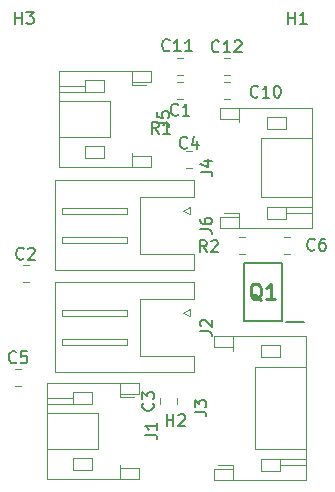
<source format=gbr>
%TF.GenerationSoftware,KiCad,Pcbnew,(6.0.10)*%
%TF.CreationDate,2023-09-05T22:22:05+02:00*%
%TF.ProjectId,incubator_breakout,696e6375-6261-4746-9f72-5f627265616b,rev?*%
%TF.SameCoordinates,Original*%
%TF.FileFunction,Legend,Top*%
%TF.FilePolarity,Positive*%
%FSLAX46Y46*%
G04 Gerber Fmt 4.6, Leading zero omitted, Abs format (unit mm)*
G04 Created by KiCad (PCBNEW (6.0.10)) date 2023-09-05 22:22:05*
%MOMM*%
%LPD*%
G01*
G04 APERTURE LIST*
%ADD10C,0.150000*%
%ADD11C,0.254000*%
%ADD12C,0.120000*%
%ADD13C,0.200000*%
G04 APERTURE END LIST*
D10*
%TO.C,J2*%
X163480380Y-125662333D02*
X164194666Y-125662333D01*
X164337523Y-125709952D01*
X164432761Y-125805190D01*
X164480380Y-125948047D01*
X164480380Y-126043285D01*
X163575619Y-125233761D02*
X163528000Y-125186142D01*
X163480380Y-125090904D01*
X163480380Y-124852809D01*
X163528000Y-124757571D01*
X163575619Y-124709952D01*
X163670857Y-124662333D01*
X163766095Y-124662333D01*
X163908952Y-124709952D01*
X164480380Y-125281380D01*
X164480380Y-124662333D01*
%TO.C,J1*%
X158847380Y-134413333D02*
X159561666Y-134413333D01*
X159704523Y-134460952D01*
X159799761Y-134556190D01*
X159847380Y-134699047D01*
X159847380Y-134794285D01*
X159847380Y-133413333D02*
X159847380Y-133984761D01*
X159847380Y-133699047D02*
X158847380Y-133699047D01*
X158990238Y-133794285D01*
X159085476Y-133889523D01*
X159133095Y-133984761D01*
%TO.C,J3*%
X163018380Y-132477333D02*
X163732666Y-132477333D01*
X163875523Y-132524952D01*
X163970761Y-132620190D01*
X164018380Y-132763047D01*
X164018380Y-132858285D01*
X163018380Y-132096380D02*
X163018380Y-131477333D01*
X163399333Y-131810666D01*
X163399333Y-131667809D01*
X163446952Y-131572571D01*
X163494571Y-131524952D01*
X163589809Y-131477333D01*
X163827904Y-131477333D01*
X163923142Y-131524952D01*
X163970761Y-131572571D01*
X164018380Y-131667809D01*
X164018380Y-131953523D01*
X163970761Y-132048761D01*
X163923142Y-132096380D01*
%TO.C,J4*%
X163526380Y-112141333D02*
X164240666Y-112141333D01*
X164383523Y-112188952D01*
X164478761Y-112284190D01*
X164526380Y-112427047D01*
X164526380Y-112522285D01*
X163859714Y-111236571D02*
X164526380Y-111236571D01*
X163478761Y-111474666D02*
X164193047Y-111712761D01*
X164193047Y-111093714D01*
%TO.C,J6*%
X163480380Y-117026333D02*
X164194666Y-117026333D01*
X164337523Y-117073952D01*
X164432761Y-117169190D01*
X164480380Y-117312047D01*
X164480380Y-117407285D01*
X163480380Y-116121571D02*
X163480380Y-116312047D01*
X163528000Y-116407285D01*
X163575619Y-116454904D01*
X163718476Y-116550142D01*
X163908952Y-116597761D01*
X164289904Y-116597761D01*
X164385142Y-116550142D01*
X164432761Y-116502523D01*
X164480380Y-116407285D01*
X164480380Y-116216809D01*
X164432761Y-116121571D01*
X164385142Y-116073952D01*
X164289904Y-116026333D01*
X164051809Y-116026333D01*
X163956571Y-116073952D01*
X163908952Y-116121571D01*
X163861333Y-116216809D01*
X163861333Y-116407285D01*
X163908952Y-116502523D01*
X163956571Y-116550142D01*
X164051809Y-116597761D01*
%TO.C,J5*%
X159863380Y-107997333D02*
X160577666Y-107997333D01*
X160720523Y-108044952D01*
X160815761Y-108140190D01*
X160863380Y-108283047D01*
X160863380Y-108378285D01*
X159863380Y-107044952D02*
X159863380Y-107521142D01*
X160339571Y-107568761D01*
X160291952Y-107521142D01*
X160244333Y-107425904D01*
X160244333Y-107187809D01*
X160291952Y-107092571D01*
X160339571Y-107044952D01*
X160434809Y-106997333D01*
X160672904Y-106997333D01*
X160768142Y-107044952D01*
X160815761Y-107092571D01*
X160863380Y-107187809D01*
X160863380Y-107425904D01*
X160815761Y-107521142D01*
X160768142Y-107568761D01*
D11*
%TO.C,Q1*%
X168662047Y-122996476D02*
X168541095Y-122936000D01*
X168420142Y-122815047D01*
X168238714Y-122633619D01*
X168117761Y-122573142D01*
X167996809Y-122573142D01*
X168057285Y-122875523D02*
X167936333Y-122815047D01*
X167815380Y-122694095D01*
X167754904Y-122452190D01*
X167754904Y-122028857D01*
X167815380Y-121786952D01*
X167936333Y-121666000D01*
X168057285Y-121605523D01*
X168299190Y-121605523D01*
X168420142Y-121666000D01*
X168541095Y-121786952D01*
X168601571Y-122028857D01*
X168601571Y-122452190D01*
X168541095Y-122694095D01*
X168420142Y-122815047D01*
X168299190Y-122875523D01*
X168057285Y-122875523D01*
X169811095Y-122875523D02*
X169085380Y-122875523D01*
X169448238Y-122875523D02*
X169448238Y-121605523D01*
X169327285Y-121786952D01*
X169206333Y-121907904D01*
X169085380Y-121968380D01*
D10*
%TO.C,R2*%
X164044333Y-118943380D02*
X163711000Y-118467190D01*
X163472904Y-118943380D02*
X163472904Y-117943380D01*
X163853857Y-117943380D01*
X163949095Y-117991000D01*
X163996714Y-118038619D01*
X164044333Y-118133857D01*
X164044333Y-118276714D01*
X163996714Y-118371952D01*
X163949095Y-118419571D01*
X163853857Y-118467190D01*
X163472904Y-118467190D01*
X164425285Y-118038619D02*
X164472904Y-117991000D01*
X164568142Y-117943380D01*
X164806238Y-117943380D01*
X164901476Y-117991000D01*
X164949095Y-118038619D01*
X164996714Y-118133857D01*
X164996714Y-118229095D01*
X164949095Y-118371952D01*
X164377666Y-118943380D01*
X164996714Y-118943380D01*
%TO.C,C1*%
X161631333Y-107290142D02*
X161583714Y-107337761D01*
X161440857Y-107385380D01*
X161345619Y-107385380D01*
X161202761Y-107337761D01*
X161107523Y-107242523D01*
X161059904Y-107147285D01*
X161012285Y-106956809D01*
X161012285Y-106813952D01*
X161059904Y-106623476D01*
X161107523Y-106528238D01*
X161202761Y-106433000D01*
X161345619Y-106385380D01*
X161440857Y-106385380D01*
X161583714Y-106433000D01*
X161631333Y-106480619D01*
X162583714Y-107385380D02*
X162012285Y-107385380D01*
X162298000Y-107385380D02*
X162298000Y-106385380D01*
X162202761Y-106528238D01*
X162107523Y-106623476D01*
X162012285Y-106671095D01*
%TO.C,C3*%
X159489142Y-131738666D02*
X159536761Y-131786285D01*
X159584380Y-131929142D01*
X159584380Y-132024380D01*
X159536761Y-132167238D01*
X159441523Y-132262476D01*
X159346285Y-132310095D01*
X159155809Y-132357714D01*
X159012952Y-132357714D01*
X158822476Y-132310095D01*
X158727238Y-132262476D01*
X158632000Y-132167238D01*
X158584380Y-132024380D01*
X158584380Y-131929142D01*
X158632000Y-131786285D01*
X158679619Y-131738666D01*
X158584380Y-131405333D02*
X158584380Y-130786285D01*
X158965333Y-131119619D01*
X158965333Y-130976761D01*
X159012952Y-130881523D01*
X159060571Y-130833904D01*
X159155809Y-130786285D01*
X159393904Y-130786285D01*
X159489142Y-130833904D01*
X159536761Y-130881523D01*
X159584380Y-130976761D01*
X159584380Y-131262476D01*
X159536761Y-131357714D01*
X159489142Y-131405333D01*
%TO.C,C6*%
X173188333Y-118721142D02*
X173140714Y-118768761D01*
X172997857Y-118816380D01*
X172902619Y-118816380D01*
X172759761Y-118768761D01*
X172664523Y-118673523D01*
X172616904Y-118578285D01*
X172569285Y-118387809D01*
X172569285Y-118244952D01*
X172616904Y-118054476D01*
X172664523Y-117959238D01*
X172759761Y-117864000D01*
X172902619Y-117816380D01*
X172997857Y-117816380D01*
X173140714Y-117864000D01*
X173188333Y-117911619D01*
X174045476Y-117816380D02*
X173855000Y-117816380D01*
X173759761Y-117864000D01*
X173712142Y-117911619D01*
X173616904Y-118054476D01*
X173569285Y-118244952D01*
X173569285Y-118625904D01*
X173616904Y-118721142D01*
X173664523Y-118768761D01*
X173759761Y-118816380D01*
X173950238Y-118816380D01*
X174045476Y-118768761D01*
X174093095Y-118721142D01*
X174140714Y-118625904D01*
X174140714Y-118387809D01*
X174093095Y-118292571D01*
X174045476Y-118244952D01*
X173950238Y-118197333D01*
X173759761Y-118197333D01*
X173664523Y-118244952D01*
X173616904Y-118292571D01*
X173569285Y-118387809D01*
%TO.C,C4*%
X162393333Y-110085142D02*
X162345714Y-110132761D01*
X162202857Y-110180380D01*
X162107619Y-110180380D01*
X161964761Y-110132761D01*
X161869523Y-110037523D01*
X161821904Y-109942285D01*
X161774285Y-109751809D01*
X161774285Y-109608952D01*
X161821904Y-109418476D01*
X161869523Y-109323238D01*
X161964761Y-109228000D01*
X162107619Y-109180380D01*
X162202857Y-109180380D01*
X162345714Y-109228000D01*
X162393333Y-109275619D01*
X163250476Y-109513714D02*
X163250476Y-110180380D01*
X163012380Y-109132761D02*
X162774285Y-109847047D01*
X163393333Y-109847047D01*
%TO.C,H1*%
X170942095Y-99614380D02*
X170942095Y-98614380D01*
X170942095Y-99090571D02*
X171513523Y-99090571D01*
X171513523Y-99614380D02*
X171513523Y-98614380D01*
X172513523Y-99614380D02*
X171942095Y-99614380D01*
X172227809Y-99614380D02*
X172227809Y-98614380D01*
X172132571Y-98757238D01*
X172037333Y-98852476D01*
X171942095Y-98900095D01*
%TO.C,H3*%
X147828095Y-99614380D02*
X147828095Y-98614380D01*
X147828095Y-99090571D02*
X148399523Y-99090571D01*
X148399523Y-99614380D02*
X148399523Y-98614380D01*
X148780476Y-98614380D02*
X149399523Y-98614380D01*
X149066190Y-98995333D01*
X149209047Y-98995333D01*
X149304285Y-99042952D01*
X149351904Y-99090571D01*
X149399523Y-99185809D01*
X149399523Y-99423904D01*
X149351904Y-99519142D01*
X149304285Y-99566761D01*
X149209047Y-99614380D01*
X148923333Y-99614380D01*
X148828095Y-99566761D01*
X148780476Y-99519142D01*
%TO.C,H2*%
X160655095Y-133650380D02*
X160655095Y-132650380D01*
X160655095Y-133126571D02*
X161226523Y-133126571D01*
X161226523Y-133650380D02*
X161226523Y-132650380D01*
X161655095Y-132745619D02*
X161702714Y-132698000D01*
X161797952Y-132650380D01*
X162036047Y-132650380D01*
X162131285Y-132698000D01*
X162178904Y-132745619D01*
X162226523Y-132840857D01*
X162226523Y-132936095D01*
X162178904Y-133078952D01*
X161607476Y-133650380D01*
X162226523Y-133650380D01*
%TO.C,C2*%
X148550333Y-119484142D02*
X148502714Y-119531761D01*
X148359857Y-119579380D01*
X148264619Y-119579380D01*
X148121761Y-119531761D01*
X148026523Y-119436523D01*
X147978904Y-119341285D01*
X147931285Y-119150809D01*
X147931285Y-119007952D01*
X147978904Y-118817476D01*
X148026523Y-118722238D01*
X148121761Y-118627000D01*
X148264619Y-118579380D01*
X148359857Y-118579380D01*
X148502714Y-118627000D01*
X148550333Y-118674619D01*
X148931285Y-118674619D02*
X148978904Y-118627000D01*
X149074142Y-118579380D01*
X149312238Y-118579380D01*
X149407476Y-118627000D01*
X149455095Y-118674619D01*
X149502714Y-118769857D01*
X149502714Y-118865095D01*
X149455095Y-119007952D01*
X148883666Y-119579380D01*
X149502714Y-119579380D01*
%TO.C,C5*%
X147915333Y-128247142D02*
X147867714Y-128294761D01*
X147724857Y-128342380D01*
X147629619Y-128342380D01*
X147486761Y-128294761D01*
X147391523Y-128199523D01*
X147343904Y-128104285D01*
X147296285Y-127913809D01*
X147296285Y-127770952D01*
X147343904Y-127580476D01*
X147391523Y-127485238D01*
X147486761Y-127390000D01*
X147629619Y-127342380D01*
X147724857Y-127342380D01*
X147867714Y-127390000D01*
X147915333Y-127437619D01*
X148820095Y-127342380D02*
X148343904Y-127342380D01*
X148296285Y-127818571D01*
X148343904Y-127770952D01*
X148439142Y-127723333D01*
X148677238Y-127723333D01*
X148772476Y-127770952D01*
X148820095Y-127818571D01*
X148867714Y-127913809D01*
X148867714Y-128151904D01*
X148820095Y-128247142D01*
X148772476Y-128294761D01*
X148677238Y-128342380D01*
X148439142Y-128342380D01*
X148343904Y-128294761D01*
X148296285Y-128247142D01*
%TO.C,R1*%
X159980333Y-108910380D02*
X159647000Y-108434190D01*
X159408904Y-108910380D02*
X159408904Y-107910380D01*
X159789857Y-107910380D01*
X159885095Y-107958000D01*
X159932714Y-108005619D01*
X159980333Y-108100857D01*
X159980333Y-108243714D01*
X159932714Y-108338952D01*
X159885095Y-108386571D01*
X159789857Y-108434190D01*
X159408904Y-108434190D01*
X160932714Y-108910380D02*
X160361285Y-108910380D01*
X160647000Y-108910380D02*
X160647000Y-107910380D01*
X160551761Y-108053238D01*
X160456523Y-108148476D01*
X160361285Y-108196095D01*
%TO.C,C11*%
X160901142Y-101830142D02*
X160853523Y-101877761D01*
X160710666Y-101925380D01*
X160615428Y-101925380D01*
X160472571Y-101877761D01*
X160377333Y-101782523D01*
X160329714Y-101687285D01*
X160282095Y-101496809D01*
X160282095Y-101353952D01*
X160329714Y-101163476D01*
X160377333Y-101068238D01*
X160472571Y-100973000D01*
X160615428Y-100925380D01*
X160710666Y-100925380D01*
X160853523Y-100973000D01*
X160901142Y-101020619D01*
X161853523Y-101925380D02*
X161282095Y-101925380D01*
X161567809Y-101925380D02*
X161567809Y-100925380D01*
X161472571Y-101068238D01*
X161377333Y-101163476D01*
X161282095Y-101211095D01*
X162805904Y-101925380D02*
X162234476Y-101925380D01*
X162520190Y-101925380D02*
X162520190Y-100925380D01*
X162424952Y-101068238D01*
X162329714Y-101163476D01*
X162234476Y-101211095D01*
%TO.C,C10*%
X168394142Y-105767142D02*
X168346523Y-105814761D01*
X168203666Y-105862380D01*
X168108428Y-105862380D01*
X167965571Y-105814761D01*
X167870333Y-105719523D01*
X167822714Y-105624285D01*
X167775095Y-105433809D01*
X167775095Y-105290952D01*
X167822714Y-105100476D01*
X167870333Y-105005238D01*
X167965571Y-104910000D01*
X168108428Y-104862380D01*
X168203666Y-104862380D01*
X168346523Y-104910000D01*
X168394142Y-104957619D01*
X169346523Y-105862380D02*
X168775095Y-105862380D01*
X169060809Y-105862380D02*
X169060809Y-104862380D01*
X168965571Y-105005238D01*
X168870333Y-105100476D01*
X168775095Y-105148095D01*
X169965571Y-104862380D02*
X170060809Y-104862380D01*
X170156047Y-104910000D01*
X170203666Y-104957619D01*
X170251285Y-105052857D01*
X170298904Y-105243333D01*
X170298904Y-105481428D01*
X170251285Y-105671904D01*
X170203666Y-105767142D01*
X170156047Y-105814761D01*
X170060809Y-105862380D01*
X169965571Y-105862380D01*
X169870333Y-105814761D01*
X169822714Y-105767142D01*
X169775095Y-105671904D01*
X169727476Y-105481428D01*
X169727476Y-105243333D01*
X169775095Y-105052857D01*
X169822714Y-104957619D01*
X169870333Y-104910000D01*
X169965571Y-104862380D01*
%TO.C,C12*%
X165092142Y-101928142D02*
X165044523Y-101975761D01*
X164901666Y-102023380D01*
X164806428Y-102023380D01*
X164663571Y-101975761D01*
X164568333Y-101880523D01*
X164520714Y-101785285D01*
X164473095Y-101594809D01*
X164473095Y-101451952D01*
X164520714Y-101261476D01*
X164568333Y-101166238D01*
X164663571Y-101071000D01*
X164806428Y-101023380D01*
X164901666Y-101023380D01*
X165044523Y-101071000D01*
X165092142Y-101118619D01*
X166044523Y-102023380D02*
X165473095Y-102023380D01*
X165758809Y-102023380D02*
X165758809Y-101023380D01*
X165663571Y-101166238D01*
X165568333Y-101261476D01*
X165473095Y-101309095D01*
X166425476Y-101118619D02*
X166473095Y-101071000D01*
X166568333Y-101023380D01*
X166806428Y-101023380D01*
X166901666Y-101071000D01*
X166949285Y-101118619D01*
X166996904Y-101213857D01*
X166996904Y-101309095D01*
X166949285Y-101451952D01*
X166377857Y-102023380D01*
X166996904Y-102023380D01*
D12*
%TO.C,J2*%
X157328000Y-124329000D02*
X157328000Y-123829000D01*
X162938000Y-121519000D02*
X162938000Y-122939000D01*
X162028000Y-124079000D02*
X162628000Y-123779000D01*
X157328000Y-123829000D02*
X151828000Y-123829000D01*
X158438000Y-122939000D02*
X158438000Y-125329000D01*
X151218000Y-125329000D02*
X151218000Y-121519000D01*
X162938000Y-127719000D02*
X158438000Y-127719000D01*
X151218000Y-121519000D02*
X162938000Y-121519000D01*
X162938000Y-122939000D02*
X158438000Y-122939000D01*
X151828000Y-126329000D02*
X151828000Y-126829000D01*
X151218000Y-125329000D02*
X151218000Y-129139000D01*
X162628000Y-123779000D02*
X162628000Y-124379000D01*
X162628000Y-124379000D02*
X162028000Y-124079000D01*
X157328000Y-126329000D02*
X151828000Y-126329000D01*
X157328000Y-126829000D02*
X157328000Y-126329000D01*
X151828000Y-126829000D02*
X157328000Y-126829000D01*
X151218000Y-129139000D02*
X162938000Y-129139000D01*
X158438000Y-127719000D02*
X158438000Y-125329000D01*
X151828000Y-124329000D02*
X157328000Y-124329000D01*
X151828000Y-123829000D02*
X151828000Y-124329000D01*
X162938000Y-129139000D02*
X162938000Y-127719000D01*
%TO.C,J1*%
X158305000Y-130940000D02*
X158305000Y-130020000D01*
X154845000Y-132580000D02*
X154845000Y-135580000D01*
X158305000Y-138140000D02*
X158305000Y-137220000D01*
X152745000Y-131780000D02*
X150485000Y-131780000D01*
X156705000Y-130020000D02*
X156705000Y-130940000D01*
X158305000Y-137220000D02*
X156705000Y-137220000D01*
X152745000Y-136380000D02*
X154345000Y-136380000D01*
X150485000Y-130020000D02*
X150485000Y-138140000D01*
X152745000Y-131280000D02*
X150485000Y-131280000D01*
X154845000Y-135580000D02*
X150485000Y-135580000D01*
X154345000Y-136380000D02*
X154345000Y-137380000D01*
X152745000Y-137380000D02*
X152745000Y-136380000D01*
X156705000Y-137220000D02*
X156705000Y-136940000D01*
X156705000Y-131220000D02*
X157920000Y-131220000D01*
X152745000Y-131780000D02*
X154345000Y-131780000D01*
X154345000Y-137380000D02*
X152745000Y-137380000D01*
X150485000Y-132580000D02*
X154845000Y-132580000D01*
X154345000Y-131780000D02*
X154345000Y-130780000D01*
X150485000Y-138140000D02*
X158305000Y-138140000D01*
X156705000Y-131220000D02*
X156705000Y-130940000D01*
X156705000Y-130940000D02*
X158305000Y-130940000D01*
X152745000Y-130780000D02*
X152745000Y-131780000D01*
X156705000Y-138140000D02*
X156705000Y-137220000D01*
X158305000Y-130020000D02*
X150485000Y-130020000D01*
X154345000Y-130780000D02*
X152745000Y-130780000D01*
%TO.C,J3*%
X166256000Y-138204000D02*
X166256000Y-137284000D01*
X172476000Y-135644000D02*
X168116000Y-135644000D01*
X168616000Y-126844000D02*
X170216000Y-126844000D01*
X166256000Y-137004000D02*
X166256000Y-137284000D01*
X164656000Y-138204000D02*
X172476000Y-138204000D01*
X172476000Y-126084000D02*
X164656000Y-126084000D01*
X164656000Y-137284000D02*
X164656000Y-138204000D01*
X166256000Y-137284000D02*
X164656000Y-137284000D01*
X166256000Y-126084000D02*
X166256000Y-127004000D01*
X166256000Y-137004000D02*
X165041000Y-137004000D01*
X170216000Y-126844000D02*
X170216000Y-127844000D01*
X168116000Y-128644000D02*
X172476000Y-128644000D01*
X168616000Y-127844000D02*
X168616000Y-126844000D01*
X168616000Y-136444000D02*
X168616000Y-137444000D01*
X170216000Y-136444000D02*
X168616000Y-136444000D01*
X168116000Y-135644000D02*
X168116000Y-128644000D01*
X166256000Y-127004000D02*
X166256000Y-127284000D01*
X170216000Y-127844000D02*
X168616000Y-127844000D01*
X170216000Y-137444000D02*
X170216000Y-136444000D01*
X170216000Y-136944000D02*
X172476000Y-136944000D01*
X172476000Y-138204000D02*
X172476000Y-126084000D01*
X168616000Y-137444000D02*
X170216000Y-137444000D01*
X164656000Y-126084000D02*
X164656000Y-127004000D01*
X170216000Y-136444000D02*
X172476000Y-136444000D01*
X164656000Y-127004000D02*
X166256000Y-127004000D01*
%TO.C,J4*%
X166764000Y-115668000D02*
X166764000Y-115948000D01*
X166764000Y-107668000D02*
X166764000Y-107948000D01*
X172984000Y-116868000D02*
X172984000Y-106748000D01*
X165164000Y-115948000D02*
X165164000Y-116868000D01*
X166764000Y-106748000D02*
X166764000Y-107668000D01*
X170724000Y-115108000D02*
X172984000Y-115108000D01*
X170724000Y-115108000D02*
X169124000Y-115108000D01*
X165164000Y-106748000D02*
X165164000Y-107668000D01*
X169124000Y-108508000D02*
X169124000Y-107508000D01*
X170724000Y-108508000D02*
X169124000Y-108508000D01*
X169124000Y-107508000D02*
X170724000Y-107508000D01*
X170724000Y-115608000D02*
X172984000Y-115608000D01*
X166764000Y-115948000D02*
X165164000Y-115948000D01*
X169124000Y-115108000D02*
X169124000Y-116108000D01*
X170724000Y-116108000D02*
X170724000Y-115108000D01*
X169124000Y-116108000D02*
X170724000Y-116108000D01*
X168624000Y-114308000D02*
X168624000Y-109308000D01*
X166764000Y-115668000D02*
X165549000Y-115668000D01*
X170724000Y-107508000D02*
X170724000Y-108508000D01*
X165164000Y-116868000D02*
X172984000Y-116868000D01*
X166764000Y-116868000D02*
X166764000Y-115948000D01*
X172984000Y-114308000D02*
X168624000Y-114308000D01*
X165164000Y-107668000D02*
X166764000Y-107668000D01*
X172984000Y-106748000D02*
X165164000Y-106748000D01*
X168624000Y-109308000D02*
X172984000Y-109308000D01*
%TO.C,J6*%
X151218000Y-112883000D02*
X162938000Y-112883000D01*
X162938000Y-112883000D02*
X162938000Y-114303000D01*
X158438000Y-114303000D02*
X158438000Y-116693000D01*
X151828000Y-117693000D02*
X151828000Y-118193000D01*
X162938000Y-120503000D02*
X162938000Y-119083000D01*
X151218000Y-116693000D02*
X151218000Y-120503000D01*
X162938000Y-114303000D02*
X158438000Y-114303000D01*
X157328000Y-117693000D02*
X151828000Y-117693000D01*
X151828000Y-118193000D02*
X157328000Y-118193000D01*
X162628000Y-115743000D02*
X162028000Y-115443000D01*
X162028000Y-115443000D02*
X162628000Y-115143000D01*
X157328000Y-118193000D02*
X157328000Y-117693000D01*
X157328000Y-115693000D02*
X157328000Y-115193000D01*
X151828000Y-115693000D02*
X157328000Y-115693000D01*
X158438000Y-119083000D02*
X158438000Y-116693000D01*
X162628000Y-115143000D02*
X162628000Y-115743000D01*
X151828000Y-115193000D02*
X151828000Y-115693000D01*
X151218000Y-120503000D02*
X162938000Y-120503000D01*
X162938000Y-119083000D02*
X158438000Y-119083000D01*
X151218000Y-116693000D02*
X151218000Y-112883000D01*
X157328000Y-115193000D02*
X151828000Y-115193000D01*
%TO.C,J5*%
X157721000Y-104804000D02*
X157721000Y-104524000D01*
X155361000Y-110964000D02*
X153761000Y-110964000D01*
X153761000Y-109964000D02*
X155361000Y-109964000D01*
X155361000Y-109964000D02*
X155361000Y-110964000D01*
X157721000Y-111724000D02*
X157721000Y-110804000D01*
X155361000Y-104364000D02*
X153761000Y-104364000D01*
X153761000Y-105364000D02*
X151501000Y-105364000D01*
X157721000Y-110804000D02*
X157721000Y-110524000D01*
X159321000Y-111724000D02*
X159321000Y-110804000D01*
X153761000Y-105364000D02*
X155361000Y-105364000D01*
X155861000Y-106164000D02*
X155861000Y-109164000D01*
X155361000Y-105364000D02*
X155361000Y-104364000D01*
X155861000Y-109164000D02*
X151501000Y-109164000D01*
X153761000Y-104364000D02*
X153761000Y-105364000D01*
X157721000Y-104524000D02*
X159321000Y-104524000D01*
X159321000Y-104524000D02*
X159321000Y-103604000D01*
X157721000Y-104804000D02*
X158936000Y-104804000D01*
X151501000Y-106164000D02*
X155861000Y-106164000D01*
X151501000Y-103604000D02*
X151501000Y-111724000D01*
X151501000Y-111724000D02*
X159321000Y-111724000D01*
X159321000Y-110804000D02*
X157721000Y-110804000D01*
X157721000Y-103604000D02*
X157721000Y-104524000D01*
X153761000Y-104864000D02*
X151501000Y-104864000D01*
X159321000Y-103604000D02*
X151501000Y-103604000D01*
X153761000Y-110964000D02*
X153761000Y-109964000D01*
D13*
%TO.C,Q1*%
X167183000Y-124751000D02*
X167183000Y-119851000D01*
X170383000Y-119851000D02*
X170383000Y-124751000D01*
X170383000Y-124751000D02*
X167183000Y-124751000D01*
X167183000Y-119851000D02*
X170383000Y-119851000D01*
X172283000Y-124906000D02*
X170733000Y-124906000D01*
D12*
%TO.C,R2*%
X166752748Y-117654000D02*
X167275252Y-117654000D01*
X166752748Y-119074000D02*
X167275252Y-119074000D01*
%TO.C,C1*%
X162059252Y-104573000D02*
X161536748Y-104573000D01*
X162059252Y-105993000D02*
X161536748Y-105993000D01*
%TO.C,C3*%
X160072000Y-131833252D02*
X160072000Y-131310748D01*
X161492000Y-131833252D02*
X161492000Y-131310748D01*
%TO.C,C6*%
X170553748Y-119074000D02*
X171076252Y-119074000D01*
X170553748Y-117654000D02*
X171076252Y-117654000D01*
%TO.C,C4*%
X162821252Y-110415000D02*
X162298748Y-110415000D01*
X162821252Y-111835000D02*
X162298748Y-111835000D01*
%TO.C,C2*%
X148455748Y-121487000D02*
X148978252Y-121487000D01*
X148455748Y-120067000D02*
X148978252Y-120067000D01*
%TO.C,C5*%
X147820748Y-130250000D02*
X148343252Y-130250000D01*
X147820748Y-128830000D02*
X148343252Y-128830000D01*
%TO.C,C11*%
X162059252Y-102516000D02*
X161536748Y-102516000D01*
X162059252Y-103986000D02*
X161536748Y-103986000D01*
%TO.C,C10*%
X165473748Y-106018000D02*
X165996252Y-106018000D01*
X165473748Y-104548000D02*
X165996252Y-104548000D01*
%TO.C,C12*%
X165473748Y-102516000D02*
X165996252Y-102516000D01*
X165473748Y-103986000D02*
X165996252Y-103986000D01*
%TD*%
M02*

</source>
